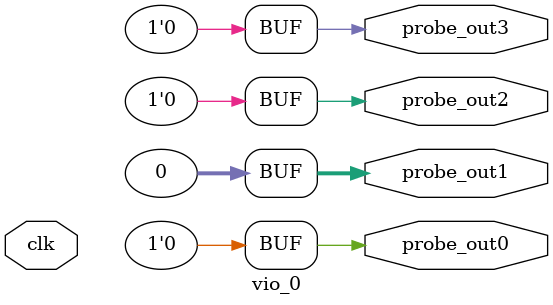
<source format=v>
`timescale 1ns / 1ps
module vio_0 (
clk,

probe_out0,
probe_out1,
probe_out2,
probe_out3
);

input clk;

output reg [0 : 0] probe_out0 = 'h0 ;
output reg [31 : 0] probe_out1 = 'h0 ;
output reg [0 : 0] probe_out2 = 'h0 ;
output reg [0 : 0] probe_out3 = 'h0 ;


endmodule

</source>
